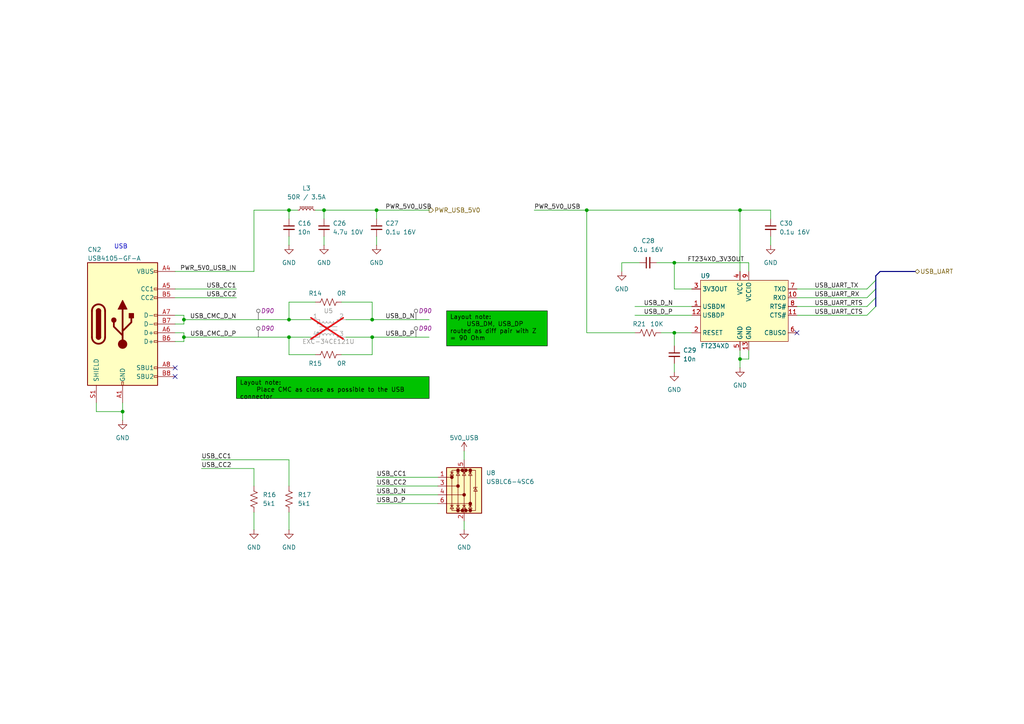
<source format=kicad_sch>
(kicad_sch (version 20231120) (generator "eeschema") (generator_version "8.0")
  (paper "A4")
  (title_block (date "2025-01-04"))
  (lib_symbols
    (symbol "CC0402KRX7R8BB103_1" (pin_numbers hide) (pin_names (offset 0.254) hide)
      (property "Reference" "C" (at 0.254 1.778 0))
      (property "Value" "10n" (at 0.254 -2.032 0))
      (symbol "CC0402KRX7R8BB103_1_0_1"
        (polyline (pts (xy -1.524 -0.508) (xy 1.524 -0.508)) (stroke (width 0.3302)))
        (polyline (pts (xy -1.524 0.508) (xy 1.524 0.508)) (stroke (width 0.3048)))
      )
      (symbol "CC0402KRX7R8BB103_1_1_1"
        (pin passive line (at 0 2.54 270) (length 2.032) (name "~") (number "1"))
        (pin passive line (at 0 -2.54 90) (length 2.032) (name "~") (number "2"))
      )
    )
    (symbol "DB:BLM31PG500SN1L" (pin_numbers hide) (pin_names (offset 0.254) hide) (exclude_from_sim yes)
      (property "Reference" "L" (at 1.27 1.016 0))
      (property "Value" "50R / 3.5A" (at 1.27 -1.27 0))
      (symbol "BLM31PG500SN1L_0_1"
        (arc (start 0 -2.032) (mid 0.5058 -1.524) (end 0 -1.016))
        (arc (start 0 -1.016) (mid 0.5058 -0.508) (end 0 0))
        (polyline (pts (xy 0.762 -1.905) (xy 0.762 -1.651)))
        (polyline (pts (xy 0.762 -1.397) (xy 0.762 -1.143)))
        (polyline (pts (xy 0.762 -0.889) (xy 0.762 -0.635)))
        (polyline (pts (xy 0.762 -0.381) (xy 0.762 -0.127)))
        (polyline (pts (xy 0.762 0.127) (xy 0.762 0.381)))
        (polyline (pts (xy 0.762 0.635) (xy 0.762 0.889)))
        (polyline (pts (xy 0.762 1.143) (xy 0.762 1.397)))
        (polyline (pts (xy 0.762 1.651) (xy 0.762 1.905)))
        (polyline (pts (xy 1.016 -1.651) (xy 1.016 -1.905)))
        (polyline (pts (xy 1.016 -1.143) (xy 1.016 -1.397)))
        (polyline (pts (xy 1.016 -0.635) (xy 1.016 -0.889)))
        (polyline (pts (xy 1.016 -0.127) (xy 1.016 -0.381)))
        (polyline (pts (xy 1.016 0.381) (xy 1.016 0.127)))
        (polyline (pts (xy 1.016 0.889) (xy 1.016 0.635)))
        (polyline (pts (xy 1.016 1.397) (xy 1.016 1.143)))
        (polyline (pts (xy 1.016 1.905) (xy 1.016 1.651)))
        (arc (start 0 0) (mid 0.5058 0.508) (end 0 1.016))
        (arc (start 0 1.016) (mid 0.5058 1.524) (end 0 2.032))
      )
      (symbol "BLM31PG500SN1L_1_1"
        (pin passive line (at 0 2.54 270) (length 0.508) (name "~") (number "1"))
        (pin passive line (at 0 -2.54 90) (length 0.508) (name "~") (number "2"))
      )
    )
    (symbol "DB:CC0402KRX7R8BB103" (pin_numbers hide) (pin_names (offset 0.254) hide)
      (property "Reference" "C" (at 0.254 1.778 0))
      (property "Value" "10n" (at 0.254 -2.032 0))
      (symbol "CC0402KRX7R8BB103_0_1"
        (polyline (pts (xy -1.524 -0.508) (xy 1.524 -0.508)) (stroke (width 0.3302)))
        (polyline (pts (xy -1.524 0.508) (xy 1.524 0.508)) (stroke (width 0.3048)))
      )
      (symbol "CC0402KRX7R8BB103_1_1"
        (pin passive line (at 0 2.54 270) (length 2.032) (name "~") (number "1"))
        (pin passive line (at 0 -2.54 90) (length 2.032) (name "~") (number "2"))
      )
    )
    (symbol "DB:ERJ-2GE0R00X" (pin_numbers hide) (pin_names (offset 0)) (exclude_from_sim yes)
      (property "Reference" "R" (at 2.54 0 90))
      (property "Value" "0R" (at -2.54 0 90))
      (symbol "ERJ-2GE0R00X_0_1"
        (polyline (pts (xy 0 -2.286) (xy 0 -2.54)))
        (polyline (pts (xy 0 2.286) (xy 0 2.54)))
        (polyline (pts (xy 0 -0.762) (xy 1.016 -1.143) (xy 0 -1.524) (xy -1.016 -1.905) (xy 0 -2.286)))
        (polyline (pts (xy 0 0.762) (xy 1.016 0.381) (xy 0 0) (xy -1.016 -0.381) (xy 0 -0.762)))
        (polyline (pts (xy 0 2.286) (xy 1.016 1.905) (xy 0 1.524) (xy -1.016 1.143) (xy 0 0.762)))
      )
      (symbol "ERJ-2GE0R00X_1_1"
        (pin passive line (at 0 3.81 270) (length 1.27) (name "~") (number "1"))
        (pin passive line (at 0 -3.81 90) (length 1.27) (name "~") (number "2"))
      )
    )
    (symbol "DB:ERJ-2RKF1002X" (pin_numbers hide) (pin_names (offset 0)) (exclude_from_sim yes)
      (property "Reference" "R" (at 2.54 0 90))
      (property "Value" "10K" (at -2.54 0 90))
      (symbol "ERJ-2RKF1002X_0_1"
        (polyline (pts (xy 0 -2.286) (xy 0 -2.54)))
        (polyline (pts (xy 0 2.286) (xy 0 2.54)))
        (polyline (pts (xy 0 -0.762) (xy 1.016 -1.143) (xy 0 -1.524) (xy -1.016 -1.905) (xy 0 -2.286)))
        (polyline (pts (xy 0 0.762) (xy 1.016 0.381) (xy 0 0) (xy -1.016 -0.381) (xy 0 -0.762)))
        (polyline (pts (xy 0 2.286) (xy 1.016 1.905) (xy 0 1.524) (xy -1.016 1.143) (xy 0 0.762)))
      )
      (symbol "ERJ-2RKF1002X_1_1"
        (pin passive line (at 0 3.81 270) (length 1.27) (name "~") (number "1"))
        (pin passive line (at 0 -3.81 90) (length 1.27) (name "~") (number "2"))
      )
    )
    (symbol "DB:ERJ-2RKF5101X" (pin_numbers hide) (pin_names (offset 0)) (exclude_from_sim yes)
      (property "Reference" "R" (at 2.54 0 90))
      (property "Value" "5k1" (at -2.54 0 90))
      (symbol "ERJ-2RKF5101X_0_1"
        (polyline (pts (xy 0 -2.286) (xy 0 -2.54)))
        (polyline (pts (xy 0 2.286) (xy 0 2.54)))
        (polyline (pts (xy 0 -0.762) (xy 1.016 -1.143) (xy 0 -1.524) (xy -1.016 -1.905) (xy 0 -2.286)))
        (polyline (pts (xy 0 0.762) (xy 1.016 0.381) (xy 0 0) (xy -1.016 -0.381) (xy 0 -0.762)))
        (polyline (pts (xy 0 2.286) (xy 1.016 1.905) (xy 0 1.524) (xy -1.016 1.143) (xy 0 0.762)))
      )
      (symbol "ERJ-2RKF5101X_1_1"
        (pin passive line (at 0 3.81 270) (length 1.27) (name "~") (number "1"))
        (pin passive line (at 0 -3.81 90) (length 1.27) (name "~") (number "2"))
      )
    )
    (symbol "DB:EXC-34CE121U" (pin_names (offset 0.254) hide) (exclude_from_sim yes)
      (property "Reference" "U" (at 0 4.445 0))
      (property "Value" "EXC-34CE121U" (at 0 -4.445 0))
      (symbol "EXC-34CE121U_0_1"
        (circle (center -3.048 -1.27) (radius 0.254) (fill (type outline)))
        (circle (center -3.048 1.524) (radius 0.254) (fill (type outline)))
        (arc (start -2.54 2.032) (mid -2.032 1.5262) (end -1.524 2.032))
        (arc (start -1.524 -2.032) (mid -2.032 -1.5262) (end -2.54 -2.032))
        (arc (start -1.524 2.032) (mid -1.016 1.5262) (end -0.508 2.032))
        (arc (start -0.508 -2.032) (mid -1.016 -1.5262) (end -1.524 -2.032))
        (arc (start -0.508 2.032) (mid 0 1.5262) (end 0.508 2.032))
        (polyline (pts (xy -2.54 -2.032) (xy -2.54 -2.54)))
        (polyline (pts (xy -2.54 0.508) (xy 2.54 0.508)))
        (polyline (pts (xy -2.54 2.032) (xy -2.54 2.54)))
        (polyline (pts (xy 2.54 -2.032) (xy 2.54 -2.54)))
        (polyline (pts (xy 2.54 -0.508) (xy -2.54 -0.508)))
        (polyline (pts (xy 2.54 2.54) (xy 2.54 2.032)))
        (arc (start 0.508 -2.032) (mid 0 -1.5262) (end -0.508 -2.032))
        (arc (start 0.508 2.032) (mid 1.016 1.5262) (end 1.524 2.032))
        (arc (start 1.524 -2.032) (mid 1.016 -1.5262) (end 0.508 -2.032))
        (arc (start 1.524 2.032) (mid 2.032 1.5262) (end 2.54 2.032))
        (arc (start 2.54 -2.032) (mid 2.032 -1.5262) (end 1.524 -2.032))
      )
      (symbol "EXC-34CE121U_1_1"
        (pin passive line (at -5.08 2.54 0) (length 2.54) (name "1") (number "1"))
        (pin passive line (at 5.08 2.54 180) (length 2.54) (name "2") (number "2"))
        (pin passive line (at 5.08 -2.54 180) (length 2.54) (name "3") (number "3"))
        (pin passive line (at -5.08 -2.54 0) (length 2.54) (name "4") (number "4"))
      )
    )
    (symbol "DB:FT234XD"
      (property "Reference" "U" (at -12.7 10.16 0))
      (property "Value" "FT234XD" (at 8.89 -10.16 0))
      (symbol "FT234XD_1_1"
        (rectangle (start -12.7 8.89) (end 12.7 -8.89) (fill (type background)))
        (pin bidirectional line (at -15.24 1.27 0) (length 2.54) (name "USBDM") (number "1"))
        (pin input line (at 15.24 3.81 180) (length 2.54) (name "RXD") (number "10"))
        (pin input line (at 15.24 -1.27 180) (length 2.54) (name "CTS#") (number "11"))
        (pin bidirectional line (at -15.24 -1.27 0) (length 2.54) (name "USBDP") (number "12"))
        (pin power_in line (at 1.27 -11.43 90) (length 2.54) (name "GND") (number "13"))
        (pin input line (at -15.24 -6.35 0) (length 2.54) (name "RESET") (number "2"))
        (pin power_out line (at -15.24 6.35 0) (length 2.54) (name "3V3OUT") (number "3"))
        (pin power_in line (at -1.27 11.43 270) (length 2.54) (name "VCC") (number "4"))
        (pin power_in line (at -1.27 -11.43 90) (length 2.54) (name "GND") (number "5"))
        (pin bidirectional line (at 15.24 -6.35 180) (length 2.54) (name "CBUS0") (number "6"))
        (pin output line (at 15.24 6.35 180) (length 2.54) (name "TXD") (number "7"))
        (pin output line (at 15.24 1.27 180) (length 2.54) (name "RTS#") (number "8"))
        (pin power_in line (at 1.27 11.43 270) (length 2.54) (name "VCCIO") (number "9"))
      )
    )
    (symbol "DB:GRM033Z71C104KE14J" (pin_numbers hide) (pin_names (offset 0.254) hide)
      (property "Reference" "C" (at 0.254 1.778 0))
      (property "Value" "0.1u 16V" (at 0.254 -2.032 0))
      (symbol "GRM033Z71C104KE14J_0_1"
        (polyline (pts (xy -1.524 -0.508) (xy 1.524 -0.508)) (stroke (width 0.3302)))
        (polyline (pts (xy -1.524 0.508) (xy 1.524 0.508)) (stroke (width 0.3048)))
      )
      (symbol "GRM033Z71C104KE14J_1_1"
        (pin passive line (at 0 2.54 270) (length 2.032) (name "~") (number "1"))
        (pin passive line (at 0 -2.54 90) (length 2.032) (name "~") (number "2"))
      )
    )
    (symbol "DB:GRM155R61A475MEAAD" (pin_numbers hide) (pin_names (offset 0.254) hide)
      (property "Reference" "C" (at 0.254 1.778 0))
      (property "Value" "4.7u 10V" (at 0.254 -2.032 0))
      (symbol "GRM155R61A475MEAAD_0_1"
        (polyline (pts (xy -1.524 -0.508) (xy 1.524 -0.508)) (stroke (width 0.3302)))
        (polyline (pts (xy -1.524 0.508) (xy 1.524 0.508)) (stroke (width 0.3048)))
      )
      (symbol "GRM155R61A475MEAAD_1_1"
        (pin passive line (at 0 2.54 270) (length 2.032) (name "~") (number "1"))
        (pin passive line (at 0 -2.54 90) (length 2.032) (name "~") (number "2"))
      )
    )
    (symbol "DB:USB4105-GF-A" (pin_names (offset 1.016)) (exclude_from_sim yes)
      (property "Reference" "CN" (at 0 22.225 0))
      (property "Value" "USB4105-GF-A" (at 0 19.685 0))
      (symbol "USB4105-GF-A_0_0"
        (rectangle (start -0.254 -17.78) (end 0.254 -16.764))
        (rectangle (start 10.16 -14.986) (end 9.144 -15.494))
        (rectangle (start 10.16 -12.446) (end 9.144 -12.954))
        (rectangle (start 10.16 -4.826) (end 9.144 -5.334))
        (rectangle (start 10.16 -2.286) (end 9.144 -2.794))
        (rectangle (start 10.16 0.254) (end 9.144 -0.254))
        (rectangle (start 10.16 2.794) (end 9.144 2.286))
        (rectangle (start 10.16 7.874) (end 9.144 7.366))
        (rectangle (start 10.16 10.414) (end 9.144 9.906))
        (rectangle (start 10.16 15.494) (end 9.144 14.986))
      )
      (symbol "USB4105-GF-A_0_1"
        (rectangle (start -10.16 17.78) (end 10.16 -17.78) (stroke (width 0.254)) (fill (type background)))
        (arc (start -8.89 -3.81) (mid -6.985 -5.7067) (end -5.08 -3.81) (stroke (width 0.508)))
        (arc (start -7.62 -3.81) (mid -6.985 -4.4423) (end -6.35 -3.81) (stroke (width 0.254)))
        (arc (start -7.62 -3.81) (mid -6.985 -4.4423) (end -6.35 -3.81) (stroke (width 0.254)) (fill (type outline)))
        (rectangle (start -7.62 -3.81) (end -6.35 3.81) (stroke (width 0.254)) (fill (type outline)))
        (arc (start -6.35 3.81) (mid -6.985 4.4423) (end -7.62 3.81) (stroke (width 0.254)))
        (arc (start -6.35 3.81) (mid -6.985 4.4423) (end -7.62 3.81) (stroke (width 0.254)) (fill (type outline)))
        (arc (start -5.08 3.81) (mid -6.985 5.7067) (end -8.89 3.81) (stroke (width 0.508)))
        (circle (center -2.54 1.143) (radius 0.635) (stroke (width 0.254)) (fill (type outline)))
        (circle (center 0 -5.842) (radius 1.27) (fill (type outline)))
        (polyline (pts (xy -8.89 -3.81) (xy -8.89 3.81)) (stroke (width 0.508)))
        (polyline (pts (xy -5.08 3.81) (xy -5.08 -3.81)) (stroke (width 0.508)))
        (polyline (pts (xy 0 -5.842) (xy 0 4.318)) (stroke (width 0.508)))
        (polyline (pts (xy 0 -3.302) (xy -2.54 -0.762) (xy -2.54 0.508)) (stroke (width 0.508)))
        (polyline (pts (xy 0 -2.032) (xy 2.54 0.508) (xy 2.54 1.778)) (stroke (width 0.508)))
        (polyline (pts (xy -1.27 4.318) (xy 0 6.858) (xy 1.27 4.318) (xy -1.27 4.318)) (stroke (width 0.254)) (fill (type outline)))
        (rectangle (start 1.905 1.778) (end 3.175 3.048) (stroke (width 0.254)) (fill (type outline)))
      )
      (symbol "USB4105-GF-A_1_1"
        (pin passive line (at 0 -22.86 90) (length 5.08) (name "GND") (number "A1"))
        (pin passive line (at 0 -22.86 90) (length 5.08) hide (name "GND") (number "A12"))
        (pin passive line (at 15.24 15.24 180) (length 5.08) (name "VBUS") (number "A4"))
        (pin bidirectional line (at 15.24 10.16 180) (length 5.08) (name "CC1") (number "A5"))
        (pin bidirectional line (at 15.24 -2.54 180) (length 5.08) (name "D+") (number "A6"))
        (pin bidirectional line (at 15.24 2.54 180) (length 5.08) (name "D-") (number "A7"))
        (pin bidirectional line (at 15.24 -12.7 180) (length 5.08) (name "SBU1") (number "A8"))
        (pin passive line (at 15.24 15.24 180) (length 5.08) hide (name "VBUS") (number "A9"))
        (pin passive line (at 0 -22.86 90) (length 5.08) hide (name "GND") (number "B1"))
        (pin passive line (at 0 -22.86 90) (length 5.08) hide (name "GND") (number "B12"))
        (pin passive line (at 15.24 15.24 180) (length 5.08) hide (name "VBUS") (number "B4"))
        (pin bidirectional line (at 15.24 7.62 180) (length 5.08) (name "CC2") (number "B5"))
        (pin bidirectional line (at 15.24 -5.08 180) (length 5.08) (name "D+") (number "B6"))
        (pin bidirectional line (at 15.24 0 180) (length 5.08) (name "D-") (number "B7"))
        (pin bidirectional line (at 15.24 -15.24 180) (length 5.08) (name "SBU2") (number "B8"))
        (pin passive line (at 15.24 15.24 180) (length 5.08) hide (name "VBUS") (number "B9"))
        (pin passive line (at -7.62 -22.86 90) (length 5.08) (name "SHIELD") (number "S1"))
      )
    )
    (symbol "DB:USBLC6-4SC6" (pin_names hide) (exclude_from_sim yes)
      (property "Reference" "U" (at 1.27 9.525 0))
      (property "Value" "USBLC6-4SC6" (at 1.27 6.985 0))
      (symbol "USBLC6-4SC6_0_0"
        (circle (center -3.556 2.54) (radius 0.0001) (stroke (width 0.508)))
        (circle (center -1.778 -7.112) (radius 0.0001) (stroke (width 0.508)))
        (circle (center -1.778 0) (radius 0.0001) (stroke (width 0.508)))
        (circle (center -1.778 4.572) (radius 0.0001) (stroke (width 0.508)))
        (circle (center -0.508 -7.112) (radius 0.0001) (stroke (width 0.508)))
        (circle (center -0.508 4.572) (radius 0.0001) (stroke (width 0.508)))
        (circle (center 0 -2.54) (radius 0.0001) (stroke (width 0.508)))
        (circle (center 0.508 -7.112) (radius 0.0001) (stroke (width 0.508)))
        (circle (center 0.508 4.572) (radius 0.0001) (stroke (width 0.508)))
        (circle (center 1.778 -7.112) (radius 0.0001) (stroke (width 0.508)))
        (circle (center 1.778 -5.08) (radius 0.0001) (stroke (width 0.508)))
        (circle (center 1.778 4.572) (radius 0.0001) (stroke (width 0.508)))
      )
      (symbol "USBLC6-4SC6_0_1"
        (polyline (pts (xy -5.08 -5.08) (xy 1.778 -5.08)))
        (polyline (pts (xy -5.08 -2.54) (xy 0 -2.54)))
        (polyline (pts (xy -5.08 0) (xy -1.778 0)))
        (polyline (pts (xy -5.08 2.54) (xy -3.556 2.54)))
        (polyline (pts (xy -4.064 -5.588) (xy -3.048 -5.588)))
        (polyline (pts (xy -3.048 4.064) (xy -4.064 4.064)))
        (polyline (pts (xy -2.286 -5.588) (xy -1.27 -5.588)))
        (polyline (pts (xy -2.286 4.064) (xy -1.27 4.064)))
        (polyline (pts (xy -0.508 -5.588) (xy 0.508 -5.588)))
        (polyline (pts (xy 0 5.08) (xy 0.508 4.572)))
        (polyline (pts (xy 0.508 -7.112) (xy -0.508 -7.112)))
        (polyline (pts (xy 0.508 4.064) (xy -0.508 4.064)))
        (polyline (pts (xy 1.27 4.064) (xy 2.286 4.064)))
        (polyline (pts (xy 2.286 -5.588) (xy 1.27 -5.588)))
        (polyline (pts (xy 2.794 -0.762) (xy 2.794 -0.381) (xy 3.81 -0.381)))
        (polyline (pts (xy -4.064 3.048) (xy -3.048 3.048) (xy -3.556 4.064) (xy -4.064 3.048)))
        (polyline (pts (xy -3.048 -6.604) (xy -4.064 -6.604) (xy -3.556 -5.588) (xy -3.048 -6.604)))
        (polyline (pts (xy -1.27 -6.604) (xy -2.286 -6.604) (xy -1.778 -5.588) (xy -1.27 -6.604)))
        (polyline (pts (xy -1.27 3.048) (xy -2.286 3.048) (xy -1.778 4.064) (xy -1.27 3.048)))
        (polyline (pts (xy -0.508 -6.604) (xy 0.508 -6.604) (xy 0 -5.588) (xy -0.508 -6.604)))
        (polyline (pts (xy -0.508 3.048) (xy 0.508 3.048) (xy 0 4.064) (xy -0.508 3.048)))
        (polyline (pts (xy 1.27 -6.604) (xy 2.286 -6.604) (xy 1.778 -5.588) (xy 1.27 -6.604)))
        (polyline (pts (xy 1.778 4.572) (xy 3.302 4.572) (xy 3.302 -7.112) (xy 1.778 -7.112)))
        (polyline (pts (xy 2.286 3.048) (xy 1.27 3.048) (xy 1.778 4.064) (xy 2.286 3.048)))
        (polyline (pts (xy 3.81 -1.524) (xy 2.794 -1.524) (xy 3.302 -0.508) (xy 3.81 -1.524)))
      )
      (symbol "USBLC6-4SC6_1_1"
        (rectangle (start -5.08 5.334) (end 5.08 -7.874) (stroke (width 0.254)) (fill (type background)))
        (polyline (pts (xy -1.778 4.572) (xy -3.556 4.572) (xy -3.556 -7.112) (xy -1.778 -7.112)))
        (polyline (pts (xy -0.508 4.572) (xy 1.778 4.572) (xy 1.778 -7.112) (xy 0.508 -7.112)))
        (polyline (pts (xy 0.508 -7.112) (xy 0 -6.604) (xy 0 4.064) (xy -0.508 4.572)))
        (polyline (pts (xy 0 -7.62) (xy -0.508 -7.112) (xy -1.778 -7.112) (xy -1.778 4.572) (xy -0.508 4.572)))
        (pin passive line (at -7.62 2.54 0) (length 2.54) (name "I/O1") (number "1"))
        (pin passive line (at 0 -10.16 90) (length 2.54) (name "GND") (number "2"))
        (pin passive line (at -7.62 0 0) (length 2.54) (name "I/O2") (number "3"))
        (pin passive line (at -7.62 -2.54 0) (length 2.54) (name "I/O3") (number "4"))
        (pin passive line (at 0 7.62 270) (length 2.54) (name "VBUS") (number "5"))
        (pin passive line (at -7.62 -5.08 0) (length 2.54) (name "I/O4") (number "6"))
      )
    )
    (symbol "power:GND" (power) (pin_numbers hide) (pin_names (offset 0) hide)
      (property "Value" "GND" (at 0 -3.81 0))
      (symbol "GND_0_1"
        (polyline (pts (xy 0 0) (xy 0 -1.27) (xy 1.27 -1.27) (xy 0 -2.54) (xy -1.27 -1.27) (xy 0 -1.27)))
      )
      (symbol "GND_1_1"
        (pin power_in line (at 0 0 270) (length 0) (name "~") (number "1"))
      )
    )
    (symbol "power:VCC" (power) (pin_numbers hide) (pin_names (offset 0) hide)
      (property "Value" "VCC" (at 0 3.556 0))
      (symbol "VCC_0_1"
        (polyline (pts (xy -0.762 1.27) (xy 0 2.54)))
        (polyline (pts (xy 0 0) (xy 0 2.54)))
        (polyline (pts (xy 0 2.54) (xy 0.762 1.27)))
      )
      (symbol "VCC_1_1"
        (pin power_in line (at 0 0 90) (length 0) (name "~") (number "1"))
      )
    )
  )
  (junction (at 83.82 60.96))
  (junction (at 83.82 97.79))
  (junction (at 109.22 60.96))
  (junction (at 35.56 119.38))
  (junction (at 93.98 60.96))
  (junction (at 195.58 76.2))
  (junction (at 53.34 92.71))
  (junction (at 170.18 60.96))
  (junction (at 107.95 97.79))
  (junction (at 53.34 97.79))
  (junction (at 214.63 60.96))
  (junction (at 195.58 96.52))
  (junction (at 83.82 92.71))
  (junction (at 214.63 104.14))
  (junction (at 107.95 92.71))
  (no_connect (at 50.8 106.68))
  (no_connect (at 231.14 96.52))
  (no_connect (at 50.8 109.22))
  (bus_entry (at 254 86.36) (size -2.54 2.54))
  (bus_entry (at 254 88.9) (size -2.54 2.54))
  (bus_entry (at 254 83.82) (size -2.54 2.54))
  (bus_entry (at 254 81.28) (size -2.54 2.54))
  (wire (pts (xy 35.56 119.38) (xy 27.94 119.38)))
  (wire (pts (xy 73.66 148.59) (xy 73.66 153.67)))
  (wire (pts (xy 53.34 92.71) (xy 83.82 92.71)))
  (wire (pts (xy 231.14 86.36) (xy 251.46 86.36)))
  (wire (pts (xy 109.22 60.96) (xy 124.46 60.96)))
  (wire (pts (xy 217.17 101.6) (xy 217.17 104.14)))
  (wire (pts (xy 223.52 60.96) (xy 223.52 63.5)))
  (wire (pts (xy 217.17 104.14) (xy 214.63 104.14)))
  (wire (pts (xy 107.95 102.87) (xy 99.06 102.87)))
  (wire (pts (xy 83.82 97.79) (xy 90.17 97.79)))
  (wire (pts (xy 109.22 143.51) (xy 127 143.51)))
  (wire (pts (xy 35.56 119.38) (xy 35.56 121.92)))
  (wire (pts (xy 109.22 60.96) (xy 109.22 63.5)))
  (wire (pts (xy 154.94 60.96) (xy 170.18 60.96)))
  (wire (pts (xy 107.95 97.79) (xy 124.46 97.79)))
  (wire (pts (xy 195.58 83.82) (xy 200.66 83.82)))
  (wire (pts (xy 107.95 97.79) (xy 107.95 102.87)))
  (wire (pts (xy 109.22 146.05) (xy 127 146.05)))
  (wire (pts (xy 83.82 92.71) (xy 90.17 92.71)))
  (wire (pts (xy 134.62 130.81) (xy 134.62 133.35)))
  (wire (pts (xy 195.58 76.2) (xy 217.17 76.2)))
  (wire (pts (xy 83.82 148.59) (xy 83.82 153.67)))
  (wire (pts (xy 214.63 106.68) (xy 214.63 104.14)))
  (wire (pts (xy 93.98 68.58) (xy 93.98 71.12)))
  (wire (pts (xy 170.18 96.52) (xy 170.18 60.96)))
  (wire (pts (xy 184.15 91.44) (xy 200.66 91.44)))
  (wire (pts (xy 83.82 68.58) (xy 83.82 71.12)))
  (wire (pts (xy 50.8 91.44) (xy 53.34 91.44)))
  (wire (pts (xy 214.63 101.6) (xy 214.63 104.14)))
  (wire (pts (xy 195.58 96.52) (xy 200.66 96.52)))
  (wire (pts (xy 109.22 138.43) (xy 127 138.43)))
  (wire (pts (xy 170.18 96.52) (xy 184.15 96.52)))
  (wire (pts (xy 231.14 83.82) (xy 251.46 83.82)))
  (wire (pts (xy 83.82 102.87) (xy 83.82 97.79)))
  (wire (pts (xy 93.98 60.96) (xy 109.22 60.96)))
  (wire (pts (xy 91.44 60.96) (xy 93.98 60.96)))
  (wire (pts (xy 50.8 86.36) (xy 68.58 86.36)))
  (wire (pts (xy 231.14 91.44) (xy 251.46 91.44)))
  (wire (pts (xy 91.44 102.87) (xy 83.82 102.87)))
  (wire (pts (xy 180.34 76.2) (xy 180.34 78.74)))
  (wire (pts (xy 180.34 76.2) (xy 185.42 76.2)))
  (wire (pts (xy 53.34 91.44) (xy 53.34 92.71)))
  (wire (pts (xy 195.58 83.82) (xy 195.58 76.2)))
  (wire (pts (xy 107.95 92.71) (xy 100.33 92.71)))
  (wire (pts (xy 195.58 105.41) (xy 195.58 107.95)))
  (wire (pts (xy 231.14 88.9) (xy 251.46 88.9)))
  (wire (pts (xy 109.22 140.97) (xy 127 140.97)))
  (bus (pts (xy 254 83.82) (xy 254 86.36)))
  (wire (pts (xy 191.77 96.52) (xy 195.58 96.52)))
  (wire (pts (xy 73.66 140.97) (xy 73.66 135.89)))
  (wire (pts (xy 50.8 99.06) (xy 53.34 99.06)))
  (wire (pts (xy 53.34 92.71) (xy 53.34 93.98)))
  (wire (pts (xy 73.66 60.96) (xy 83.82 60.96)))
  (wire (pts (xy 83.82 60.96) (xy 83.82 63.5)))
  (wire (pts (xy 223.52 68.58) (xy 223.52 71.12)))
  (wire (pts (xy 83.82 60.96) (xy 86.36 60.96)))
  (bus (pts (xy 254 86.36) (xy 254 88.9)))
  (bus (pts (xy 265.43 78.74) (xy 255.27 78.74)))
  (wire (pts (xy 53.34 93.98) (xy 50.8 93.98)))
  (wire (pts (xy 170.18 60.96) (xy 214.63 60.96)))
  (wire (pts (xy 27.94 116.84) (xy 27.94 119.38)))
  (wire (pts (xy 184.15 88.9) (xy 200.66 88.9)))
  (wire (pts (xy 109.22 68.58) (xy 109.22 71.12)))
  (wire (pts (xy 50.8 78.74) (xy 73.66 78.74)))
  (bus (pts (xy 254 81.28) (xy 254 83.82)))
  (bus (pts (xy 255.27 78.74) (xy 254 80.01)))
  (wire (pts (xy 214.63 60.96) (xy 214.63 78.74)))
  (wire (pts (xy 53.34 99.06) (xy 53.34 97.79)))
  (wire (pts (xy 107.95 92.71) (xy 124.46 92.71)))
  (wire (pts (xy 73.66 78.74) (xy 73.66 60.96)))
  (wire (pts (xy 134.62 151.13) (xy 134.62 153.67)))
  (wire (pts (xy 35.56 116.84) (xy 35.56 119.38)))
  (wire (pts (xy 50.8 83.82) (xy 68.58 83.82)))
  (wire (pts (xy 100.33 97.79) (xy 107.95 97.79)))
  (bus (pts (xy 254 80.01) (xy 254 81.28)))
  (wire (pts (xy 214.63 60.96) (xy 223.52 60.96)))
  (wire (pts (xy 99.06 87.63) (xy 107.95 87.63)))
  (wire (pts (xy 190.5 76.2) (xy 195.58 76.2)))
  (wire (pts (xy 195.58 96.52) (xy 195.58 100.33)))
  (wire (pts (xy 91.44 87.63) (xy 83.82 87.63)))
  (wire (pts (xy 217.17 76.2) (xy 217.17 78.74)))
  (wire (pts (xy 93.98 60.96) (xy 93.98 63.5)))
  (wire (pts (xy 58.42 133.35) (xy 83.82 133.35)))
  (wire (pts (xy 53.34 97.79) (xy 53.34 96.52)))
  (wire (pts (xy 53.34 97.79) (xy 83.82 97.79)))
  (wire (pts (xy 58.42 135.89) (xy 73.66 135.89)))
  (wire (pts (xy 83.82 140.97) (xy 83.82 133.35)))
  (wire (pts (xy 53.34 96.52) (xy 50.8 96.52)))
  (wire (pts (xy 107.95 87.63) (xy 107.95 92.71)))
  (wire (pts (xy 83.82 87.63) (xy 83.82 92.71)))
  (text_box "Layout note:\n	USB_DM, USB_DP routed as diff pair with Z = 90 Ohm " (exclude_from_sim yes) (at 129.54 90.17 0) (size 29.21 10.16) (stroke (width 0) (color 0 0 0 1)) (fill (type color) (color 0 194 0 1)) (effects (font (size 1.27 1.27)) (justify left top)))
  (text_box "Layout note:\n	Place CMC as close as possible to the USB connector" (exclude_from_sim yes) (at 68.58 109.22 0) (size 55.88 6.35) (stroke (width 0) (color 0 0 0 1)) (fill (type color) (color 0 194 0 1)) (effects (font (size 1.27 1.27)) (justify left top)))
  (text "USB" (at 35.052 71.628 0) (effects (font (size 1.27 1.27))))
  (label "USB_D_N" (at 109.22 143.51 0))
  (label "USB_CC1" (at 109.22 138.43 0))
  (label "USB_UART_TX" (at 236.22 83.82 0))
  (label "USB_UART_CTS" (at 236.22 91.44 0))
  (label "USB_CC2" (at 109.22 140.97 0))
  (label "USB_D_P" (at 111.76 97.79 0))
  (label "USB_D_N" (at 186.69 88.9 0))
  (label "PWR_5V0_USB_IN" (at 68.58 78.74 180))
  (label "USB_CMC_D_P" (at 68.58 97.79 180))
  (label "FT234XD_3V3OUT" (at 199.39 76.2 0))
  (label "USB_D_P" (at 186.69 91.44 0))
  (label "USB_CC2" (at 68.58 86.36 180))
  (label "USB_D_P" (at 109.22 146.05 0))
  (label "USB_CMC_D_N" (at 68.58 92.71 180))
  (label "USB_UART_RX" (at 236.22 86.36 0))
  (label "USB_D_N" (at 111.76 92.71 0))
  (label "PWR_5V0_USB" (at 154.94 60.96 0))
  (label "PWR_5V0_USB" (at 111.76 60.96 0))
  (label "USB_CC2" (at 58.42 135.89 0))
  (label "USB_UART_RTS" (at 236.22 88.9 0))
  (label "USB_CC1" (at 68.58 83.82 180))
  (label "USB_CC1" (at 58.42 133.35 0))
  (hierarchical_label "USB_UART" (shape bidirectional) (at 265.43 78.74 0))
  (hierarchical_label "PWR_USB_5V0" (shape output) (at 124.46 60.96 0))
  (netclass_flag "" (length 2.54) (shape round) (at 120.65 97.79 0) (property "Netclass" "D90" (at 121.3485 95.25 0) (effects (font (italic yes)) (justify left))))
  (netclass_flag "" (length 2.54) (shape round) (at 120.65 92.71 0) (property "Netclass" "D90" (at 121.3485 90.17 0) (effects (font (italic yes)) (justify left))))
  (netclass_flag "" (length 2.54) (shape round) (at 74.93 92.71 0) (property "Netclass" "D90" (at 75.6285 90.17 0) (effects (font (italic yes)) (justify left))))
  (netclass_flag "" (length 2.54) (shape round) (at 74.93 97.79 0) (property "Netclass" "D90" (at 75.6285 95.25 0) (effects (font (italic yes)) (justify left))))
  (symbol (lib_id "DB:CC0402KRX7R8BB103") (at 195.58 102.87 0) (unit 1)
    (property "Reference" "C29" (at 198.12 101.6062 0) (effects (justify left)))
    (property "Value" "10n" (at 198.12 104.1462 0) (effects (justify left)))
    (property "Footprint" "footprints:C_0402_1005Metric" (effects (hide yes)))
    (property "Datasheet" "http://parts.djgood.ca/en/part/17/info" (effects (hide yes)))
    (property "Description" "10000 pF ±10% 25V Ceramic Capacitor X7R 0402 (1005 Metric)" (effects (hide yes)))
    (property "Category" "Capacitors/Ceramic Capacitors" (effects (hide yes)))
    (property "MPN" "CC0402KRX7R8BB103" (effects (hide yes)))
    (property "Manufacturer" "YAGEO" (effects (hide yes)))
    (property "Manufacturing Status" "Active" (effects (hide yes)))
    (property "Part-DB Footprint" "0402" (effects (hide yes)))
    (property "Part-DB ID" "17" (effects (hide yes)))
  )
  (symbol (lib_id "DB:EXC-34CE121U") (at 95.25 95.25 0) (unit 1) (exclude_from_sim yes) (dnp yes)
    (property "Reference" "U5" (at 95.25 90.17 0))
    (property "Value" "EXC-34CE121U" (at 95.25 99.06 0))
    (property "Footprint" "footprints:Panasonic_EXC34CE" (effects (hide yes)))
    (property "Datasheet" "http://parts.djgood.ca/en/part/67/info" (effects (hide yes)))
    (property "Description" "2 Line Common Mode Choke Surface Mount 120 Ohms @ 100 MHz 200mA DCR 1Ohm" (effects (hide yes)))
    (property "Category" "Filters/EMI/RFI Filters" (effects (hide yes)))
    (property "MPN" "EXC-34CE121U" (effects (hide yes)))
    (property "Manufacturer" "Panasonic Electronic Components" (effects (hide yes)))
    (property "Manufacturing Status" "Active" (effects (hide yes)))
    (property "Part-DB Footprint" "0805" (effects (hide yes)))
    (property "Part-DB ID" "67" (effects (hide yes)))
  )
  (symbol (lib_id "DB:GRM033Z71C104KE14J") (at 223.52 66.04 0) (unit 1)
    (property "Reference" "C30" (at 226.06 64.7762 0) (effects (justify left)))
    (property "Value" "0.1u 16V" (at 226.06 67.3162 0) (effects (justify left)))
    (property "Footprint" "footprints:C_0201_0603Metric" (effects (hide yes)))
    (property "Datasheet" "http://parts.djgood.ca/en/part/34/info" (effects (hide yes)))
    (property "Description" "0.1 µF ±10% 16V Ceramic Capacitor X7R 0201 (0603 Metric)" (effects (hide yes)))
    (property "Category" "Capacitors" (effects (hide yes)))
    (property "MPN" "GRM033Z71C104KE14J" (effects (hide yes)))
    (property "Manufacturer" "Murata Electronics" (effects (hide yes)))
    (property "Manufacturing Status" "Active" (effects (hide yes)))
    (property "Part-DB ID" "34" (effects (hide yes)))
  )
  (symbol (lib_id "power:GND") (at 83.82 153.67 0) (mirror y) (unit 1)
    (property "Reference" "#PWR035" (effects (hide yes)))
    (property "Value" "GND" (at 83.82 158.75 0))
    (property "Description" "Power symbol creates a global label with name \"GND\" , ground" (effects (hide yes)))
  )
  (symbol (lib_id "power:GND") (at 93.98 71.12 0) (mirror y) (unit 1)
    (property "Reference" "#PWR061" (effects (hide yes)))
    (property "Value" "GND" (at 93.98 76.2 0))
    (property "Description" "Power symbol creates a global label with name \"GND\" , ground" (effects (hide yes)))
  )
  (symbol (lib_id "DB:GRM033Z71C104KE14J") (at 109.22 66.04 0) (unit 1)
    (property "Reference" "C27" (at 111.76 64.7762 0) (effects (justify left)))
    (property "Value" "0.1u 16V" (at 111.76 67.3162 0) (effects (justify left)))
    (property "Footprint" "footprints:C_0201_0603Metric" (effects (hide yes)))
    (property "Datasheet" "http://parts.djgood.ca/en/part/34/info" (effects (hide yes)))
    (property "Description" "0.1 µF ±10% 16V Ceramic Capacitor X7R 0201 (0603 Metric)" (effects (hide yes)))
    (property "Category" "Capacitors" (effects (hide yes)))
    (property "MPN" "GRM033Z71C104KE14J" (effects (hide yes)))
    (property "Manufacturer" "Murata Electronics" (effects (hide yes)))
    (property "Manufacturing Status" "Active" (effects (hide yes)))
    (property "Part-DB ID" "34" (effects (hide yes)))
  )
  (symbol (lib_id "DB:ERJ-2RKF5101X") (at 83.82 144.78 0) (unit 1) (exclude_from_sim yes)
    (property "Reference" "R17" (at 86.36 143.5099 0) (effects (justify left)))
    (property "Value" "5k1" (at 86.36 146.0499 0) (effects (justify left)))
    (property "Footprint" "footprints:R_0402_1005Metric" (effects (hide yes)))
    (property "Datasheet" "http://parts.djgood.ca/en/part/74/info" (effects (hide yes)))
    (property "Description" "5.1 kOhms ±1% 0.1W, 1/10W Chip Resistor 0402 (1005 Metric) Automotive AEC-Q200 Thick Film" (effects (hide yes)))
    (property "Category" "Resistors/Thick Film" (effects (hide yes)))
    (property "MPN" "ERJ-2RKF5101X" (effects (hide yes)))
    (property "Manufacturer" "Panasonic Electronic Components" (effects (hide yes)))
    (property "Manufacturing Status" "Active" (effects (hide yes)))
    (property "Part-DB Footprint" "0402" (effects (hide yes)))
    (property "Part-DB ID" "74" (effects (hide yes)))
  )
  (symbol (lib_id "DB:GRM155R61A475MEAAD") (at 93.98 66.04 0) (unit 1)
    (property "Reference" "C26" (at 96.52 64.7762 0) (effects (justify left)))
    (property "Value" "4.7u 10V" (at 96.52 67.3162 0) (effects (justify left)))
    (property "Footprint" "footprints:C_0402_1005Metric" (effects (hide yes)))
    (property "Datasheet" "http://parts.djgood.ca/en/part/37/info" (effects (hide yes)))
    (property "Description" "4.7 µF ±20% 10V Ceramic Capacitor X5R 0402 (1005 Metric)" (effects (hide yes)))
    (property "Category" "Capacitors/Ceramic Capacitors" (effects (hide yes)))
    (property "MPN" "GRM155R61A475MEAAD" (effects (hide yes)))
    (property "Manufacturer" "Murata Electronics" (effects (hide yes)))
    (property "Manufacturing Status" "Active" (effects (hide yes)))
    (property "Part-DB ID" "37" (effects (hide yes)))
  )
  (symbol (lib_id "power:GND") (at 109.22 71.12 0) (mirror y) (unit 1)
    (property "Reference" "#PWR064" (effects (hide yes)))
    (property "Value" "GND" (at 109.22 76.2 0))
    (property "Description" "Power symbol creates a global label with name \"GND\" , ground" (effects (hide yes)))
  )
  (symbol (lib_id "power:GND") (at 73.66 153.67 0) (mirror y) (unit 1)
    (property "Reference" "#PWR033" (effects (hide yes)))
    (property "Value" "GND" (at 73.66 158.75 0))
    (property "Description" "Power symbol creates a global label with name \"GND\" , ground" (effects (hide yes)))
  )
  (symbol (lib_id "DB:BLM31PG500SN1L") (at 88.9 60.96 90) (unit 1) (exclude_from_sim yes)
    (property "Reference" "L3" (at 88.9 54.61 90))
    (property "Value" "50R / 3.5A" (at 88.9 57.15 90))
    (property "Footprint" "footprints:L_1206_3216Metric" (effects (hide yes)))
    (property "Datasheet" "http://parts.djgood.ca/en/part/72/info" (effects (hide yes)))
    (property "Description" "50 Ohms 1 Power Line Ferrite Bead 1206 (3216 Metric) 3.5A 15mOhm" (effects (hide yes)))
    (property "Category" "Filters/Ferrite Beads" (effects (hide yes)))
    (property "MPN" "BLM31PG500SN1L" (effects (hide yes)))
    (property "Manufacturer" "Murata Electronics" (effects (hide yes)))
    (property "Manufacturing Status" "Active" (effects (hide yes)))
    (property "Part-DB ID" "72" (effects (hide yes)))
  )
  (symbol (lib_id "DB:ERJ-2RKF1002X") (at 187.96 96.52 90) (unit 1) (exclude_from_sim yes)
    (property "Reference" "R21" (at 185.42 93.98 90))
    (property "Value" "10K" (at 190.5 93.98 90))
    (property "Footprint" "footprints:R_0402_1005Metric" (effects (hide yes)))
    (property "Datasheet" "http://parts.djgood.ca/en/part/15/info" (effects (hide yes)))
    (property "Description" "10 kOhms ±1% 0.1W, 1/10W Chip Resistor 0402 (1005 Metric) Automotive AEC-Q200 Thick Film" (effects (hide yes)))
    (property "Category" "Resistors/Thick Film" (effects (hide yes)))
    (property "MPN" "ERJ-2RKF1002X" (effects (hide yes)))
    (property "Manufacturer" "Panasonic Electronic Components" (effects (hide yes)))
    (property "Manufacturing Status" "Active" (effects (hide yes)))
    (property "Part-DB Footprint" "0402" (effects (hide yes)))
    (property "Part-DB ID" "15" (effects (hide yes)))
  )
  (symbol (lib_id "power:GND") (at 195.58 107.95 0) (mirror y) (unit 1)
    (property "Reference" "#PWR067" (effects (hide yes)))
    (property "Value" "GND" (at 195.58 113.03 0))
    (property "Description" "Power symbol creates a global label with name \"GND\" , ground" (effects (hide yes)))
  )
  (symbol (lib_id "power:VCC") (at 134.62 130.81 0) (unit 1)
    (property "Reference" "#PWR062" (effects (hide yes)))
    (property "Value" "5V0_USB" (at 134.62 127 0))
    (property "Description" "Power symbol creates a global label with name \"VCC\"" (effects (hide yes)))
  )
  (symbol (lib_id "DB:USBLC6-4SC6") (at 134.62 140.97 0) (unit 1) (exclude_from_sim yes)
    (property "Reference" "U8" (at 140.97 137.16 0) (effects (justify left)))
    (property "Value" "USBLC6-4SC6" (at 140.97 139.7 0) (effects (justify left)))
    (property "Datasheet" "http://parts.djgood.ca/en/part/26/info" (effects (hide yes)))
    (property "Description" "17V Clamp 5A (8/20µs) Ipp Tvs Diode Surface Mount SOT-23-6" (effects (hide yes)))
    (property "Category" "Circuit Protection/TVS Diodes" (effects (hide yes)))
    (property "MPN" "USBLC6-4SC6" (effects (hide yes)))
    (property "Manufacturer" "STMicroelectronics" (effects (hide yes)))
    (property "Manufacturing Status" "Active" (effects (hide yes)))
    (property "Part-DB Footprint" "SOT-23-6" (effects (hide yes)))
    (property "Part-DB ID" "26" (effects (hide yes)))
  )
  (symbol (lib_id "power:GND") (at 180.34 78.74 0) (mirror y) (unit 1)
    (property "Reference" "#PWR066" (effects (hide yes)))
    (property "Value" "GND" (at 180.34 83.82 0))
    (property "Description" "Power symbol creates a global label with name \"GND\" , ground" (effects (hide yes)))
  )
  (symbol (lib_id "DB:ERJ-2RKF5101X") (at 73.66 144.78 0) (unit 1) (exclude_from_sim yes)
    (property "Reference" "R16" (at 76.2 143.5099 0) (effects (justify left)))
    (property "Value" "5k1" (at 76.2 146.0499 0) (effects (justify left)))
    (property "Footprint" "footprints:R_0402_1005Metric" (effects (hide yes)))
    (property "Datasheet" "http://parts.djgood.ca/en/part/74/info" (effects (hide yes)))
    (property "Description" "5.1 kOhms ±1% 0.1W, 1/10W Chip Resistor 0402 (1005 Metric) Automotive AEC-Q200 Thick Film" (effects (hide yes)))
    (property "Category" "Resistors/Thick Film" (effects (hide yes)))
    (property "MPN" "ERJ-2RKF5101X" (effects (hide yes)))
    (property "Manufacturer" "Panasonic Electronic Components" (effects (hide yes)))
    (property "Manufacturing Status" "Active" (effects (hide yes)))
    (property "Part-DB Footprint" "0402" (effects (hide yes)))
    (property "Part-DB ID" "74" (effects (hide yes)))
  )
  (symbol (lib_id "DB:USB4105-GF-A") (at 35.56 93.98 0) (unit 1) (exclude_from_sim yes)
    (property "Reference" "CN2" (at 25.4 72.39 0) (effects (justify left)))
    (property "Value" "USB4105-GF-A" (at 25.4 74.93 0) (effects (justify left)))
    (property "Footprint" "footprints:GCT_USB4105-GF-A" (effects (hide yes)))
    (property "Datasheet" "http://parts.djgood.ca/en/part/27/info" (effects (hide yes)))
    (property "Description" "USB-C (USB TYPE-C) USB 2.0 Receptacle Connector 24 (16+8 Dummy) Position Surface Mount, Right Angle; Through Hole" (effects (hide yes)))
    (property "Category" "Connectors/USB Connectors" (effects (hide yes)))
    (property "MPN" "USB4105-GF-A" (effects (hide yes)))
    (property "Manufacturer" "GCT" (effects (hide yes)))
    (property "Manufacturing Status" "Active" (effects (hide yes)))
    (property "Part-DB ID" "27" (effects (hide yes)))
  )
  (symbol (lib_id "power:GND") (at 134.62 153.67 0) (mirror y) (unit 1)
    (property "Reference" "#PWR063" (effects (hide yes)))
    (property "Value" "GND" (at 134.62 158.75 0))
    (property "Description" "Power symbol creates a global label with name \"GND\" , ground" (effects (hide yes)))
  )
  (symbol (lib_id "DB:FT234XD") (at 215.9 90.17 0) (unit 1)
    (property "Reference" "U9" (at 203.2 80.01 0) (effects (justify left)))
    (property "Value" "FT234XD" (at 203.2 100.33 0) (effects (justify left)))
    (property "Footprint" "footprints:FT234XD" (effects (hide yes)))
    (property "Datasheet" "http://parts.djgood.ca/en/part/11/info" (effects (hide yes)))
    (property "Description" "USB Bridge, USB to UART USB 2.0 UART Interface 12-DFN (3x3)" (effects (hide yes)))
    (property "Category" "Integrated Circuits/Interface" (effects (hide yes)))
    (property "MPN" "FT234XD-R" (effects (hide yes)))
    (property "Manufacturer" "FTDI, Future Technology Devices International Ltd" (effects (hide yes)))
    (property "Manufacturing Status" "Active" (effects (hide yes)))
    (property "Part-DB Footprint" "12-DFN (3x3)" (effects (hide yes)))
    (property "Part-DB ID" "11" (effects (hide yes)))
  )
  (symbol (lib_id "power:GND") (at 223.52 71.12 0) (mirror y) (unit 1)
    (property "Reference" "#PWR069" (effects (hide yes)))
    (property "Value" "GND" (at 223.52 76.2 0))
    (property "Description" "Power symbol creates a global label with name \"GND\" , ground" (effects (hide yes)))
  )
  (symbol (lib_id "power:GND") (at 35.56 121.92 0) (mirror y) (unit 1)
    (property "Reference" "#PWR034" (effects (hide yes)))
    (property "Value" "GND" (at 35.56 127 0))
    (property "Description" "Power symbol creates a global label with name \"GND\" , ground" (effects (hide yes)))
  )
  (symbol (lib_id "DB:ERJ-2GE0R00X") (at 95.25 102.87 90) (unit 1) (exclude_from_sim yes)
    (property "Reference" "R15" (at 91.44 105.41 90))
    (property "Value" "0R" (at 99.06 105.41 90))
    (property "Footprint" "footprints:R_0402_1005Metric" (effects (hide yes)))
    (property "Datasheet" "http://parts.djgood.ca/en/part/19/info" (effects (hide yes)))
    (property "Description" "0 Ohms Jumper Chip Resistor 0402 (1005 Metric) Automotive AEC-Q200 Thick Film" (effects (hide yes)))
    (property "Category" "Resistors/Thick Film" (effects (hide yes)))
    (property "MPN" "ERJ-2GE0R00X" (effects (hide yes)))
    (property "Manufacturer" "Panasonic Electronic Components" (effects (hide yes)))
    (property "Manufacturing Status" "Active" (effects (hide yes)))
    (property "Part-DB Footprint" "0402" (effects (hide yes)))
    (property "Part-DB ID" "19" (effects (hide yes)))
  )
  (symbol (lib_id "power:GND") (at 214.63 106.68 0) (mirror y) (unit 1)
    (property "Reference" "#PWR068" (effects (hide yes)))
    (property "Value" "GND" (at 214.63 111.76 0))
    (property "Description" "Power symbol creates a global label with name \"GND\" , ground" (effects (hide yes)))
  )
  (symbol (lib_name "CC0402KRX7R8BB103_1") (lib_id "DB:CC0402KRX7R8BB103") (at 83.82 66.04 0) (unit 1)
    (property "Reference" "C16" (at 86.36 64.7762 0) (effects (justify left)))
    (property "Value" "10n" (at 86.36 67.3162 0) (effects (justify left)))
    (property "Footprint" "footprints:C_0402_1005Metric" (effects (hide yes)))
    (property "Datasheet" "http://parts.djgood.ca/en/part/17/info" (effects (hide yes)))
    (property "Description" "10000 pF ±10% 25V Ceramic Capacitor X7R 0402 (1005 Metric)" (effects (hide yes)))
    (property "Category" "Capacitors/Ceramic Capacitors" (effects (hide yes)))
    (property "MPN" "CC0402KRX7R8BB103" (effects (hide yes)))
    (property "Manufacturer" "YAGEO" (effects (hide yes)))
    (property "Manufacturing Status" "Active" (effects (hide yes)))
    (property "Part-DB Footprint" "0402" (effects (hide yes)))
    (property "Part-DB ID" "17" (effects (hide yes)))
  )
  (symbol (lib_id "DB:GRM033Z71C104KE14J") (at 187.96 76.2 90) (unit 1)
    (property "Reference" "C28" (at 187.9663 69.85 90))
    (property "Value" "0.1u 16V" (at 187.9663 72.39 90))
    (property "Footprint" "footprints:C_0201_0603Metric" (effects (hide yes)))
    (property "Datasheet" "http://parts.djgood.ca/en/part/34/info" (effects (hide yes)))
    (property "Description" "0.1 µF ±10% 16V Ceramic Capacitor X7R 0201 (0603 Metric)" (effects (hide yes)))
    (property "Category" "Capacitors" (effects (hide yes)))
    (property "MPN" "GRM033Z71C104KE14J" (effects (hide yes)))
    (property "Manufacturer" "Murata Electronics" (effects (hide yes)))
    (property "Manufacturing Status" "Active" (effects (hide yes)))
    (property "Part-DB ID" "34" (effects (hide yes)))
  )
  (symbol (lib_id "power:GND") (at 83.82 71.12 0) (mirror y) (unit 1)
    (property "Reference" "#PWR036" (effects (hide yes)))
    (property "Value" "GND" (at 83.82 76.2 0))
    (property "Description" "Power symbol creates a global label with name \"GND\" , ground" (effects (hide yes)))
  )
  (symbol (lib_id "DB:ERJ-2GE0R00X") (at 95.25 87.63 90) (unit 1) (exclude_from_sim yes)
    (property "Reference" "R14" (at 91.44 85.09 90))
    (property "Value" "0R" (at 99.06 85.09 90))
    (property "Footprint" "footprints:R_0402_1005Metric" (effects (hide yes)))
    (property "Datasheet" "http://parts.djgood.ca/en/part/19/info" (effects (hide yes)))
    (property "Description" "0 Ohms Jumper Chip Resistor 0402 (1005 Metric) Automotive AEC-Q200 Thick Film" (effects (hide yes)))
    (property "Category" "Resistors/Thick Film" (effects (hide yes)))
    (property "MPN" "ERJ-2GE0R00X" (effects (hide yes)))
    (property "Manufacturer" "Panasonic Electronic Components" (effects (hide yes)))
    (property "Manufacturing Status" "Active" (effects (hide yes)))
    (property "Part-DB Footprint" "0402" (effects (hide yes)))
    (property "Part-DB ID" "19" (effects (hide yes)))
  )
)
</source>
